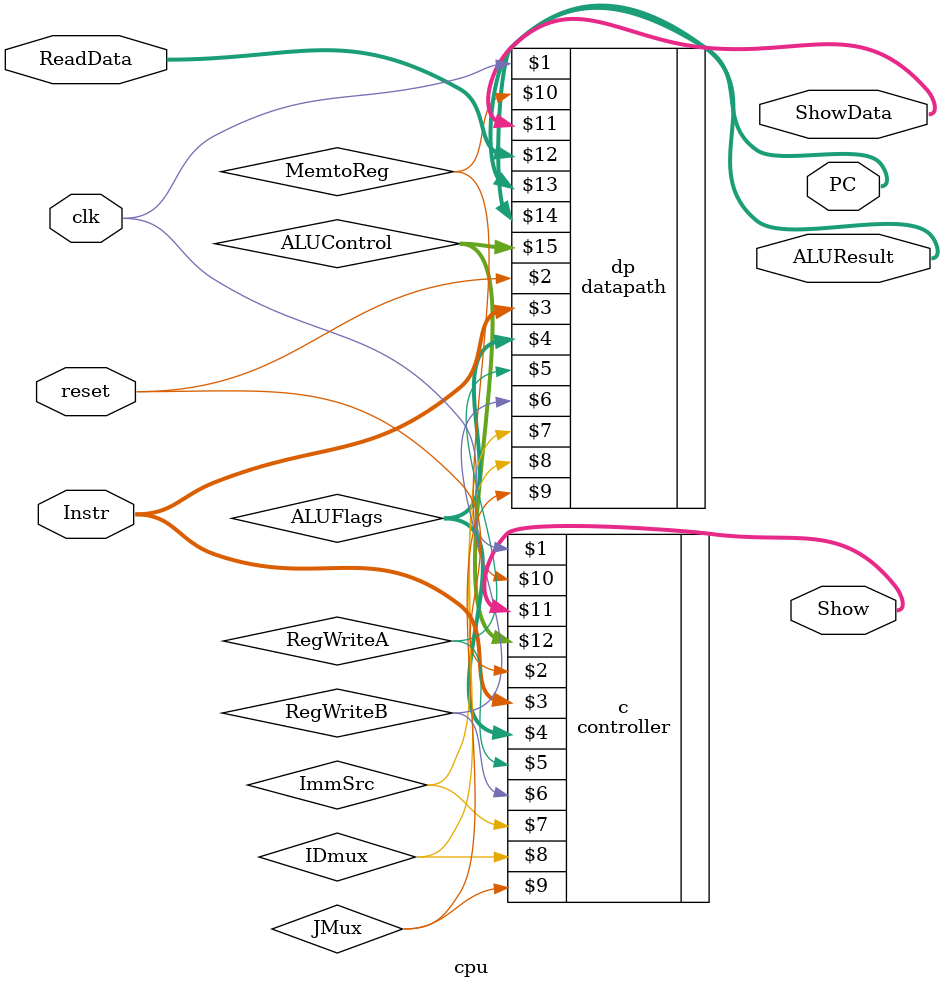
<source format=sv>
module cpu(	input logic 				clk, reset,
				output logic	[7:0] 	PC,
				input logic 	[15:0] 	Instr,
				output logic 	[7:0] 	ALUResult,
				input logic 	[7:0] 	ReadData,
				output logic 	[1:0] 	Show,
				output logic	[7:0]		ShowData);

	logic [3:0] ALUFlags, ALUControl;
	logic RegWriteA, RegWriteB, ImmSrc,
			IDmux, JMux,
			MemtoReg;
	
	controller c(	clk, reset, Instr, ALUFlags,
						RegWriteA, RegWriteB, ImmSrc,
						IDmux, JMux,
						MemtoReg, Show, ALUControl);
	datapath dp(	clk, reset, Instr, ALUFlags,
						RegWriteA, RegWriteB, ImmSrc,
						IDmux, JMux,
						MemtoReg, ShowData,
						ReadData, PC, ALUResult,
						ALUControl);
endmodule 
</source>
